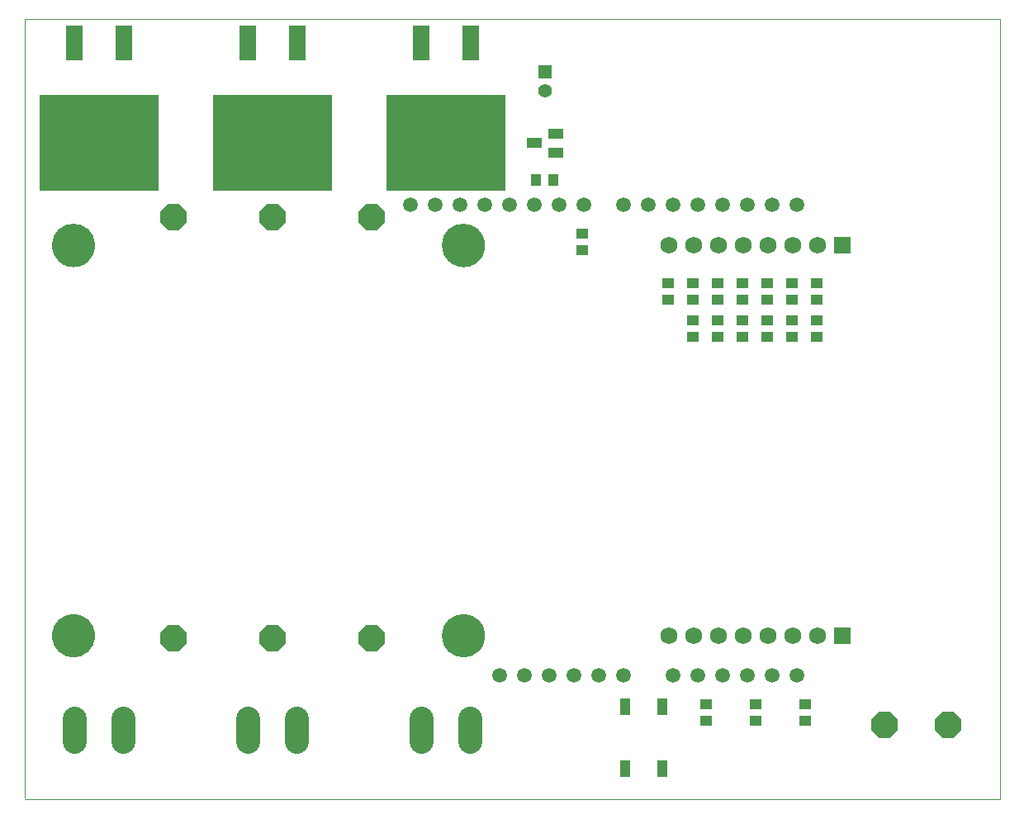
<source format=gts>
G75*
G70*
%OFA0B0*%
%FSLAX24Y24*%
%IPPOS*%
%LPD*%
%AMOC8*
5,1,8,0,0,1.08239X$1,22.5*
%
%ADD10C,0.0000*%
%ADD11C,0.1733*%
%ADD12R,0.4843X0.3879*%
%ADD13R,0.0670X0.1418*%
%ADD14R,0.0473X0.0434*%
%ADD15R,0.0434X0.0709*%
%ADD16OC8,0.1040*%
%ADD17R,0.0683X0.0683*%
%ADD18C,0.0683*%
%ADD19C,0.0591*%
%ADD20C,0.0977*%
%ADD21R,0.0591X0.0434*%
%ADD22R,0.0434X0.0473*%
%ADD23R,0.0555X0.0555*%
%ADD24C,0.0555*%
D10*
X000800Y004800D02*
X040170Y004800D01*
X040170Y036296D01*
X000800Y036296D01*
X000800Y004863D01*
X001922Y011426D02*
X001924Y011484D01*
X001930Y011541D01*
X001940Y011598D01*
X001953Y011654D01*
X001971Y011709D01*
X001992Y011763D01*
X002017Y011815D01*
X002045Y011866D01*
X002077Y011914D01*
X002112Y011960D01*
X002150Y012003D01*
X002191Y012044D01*
X002234Y012082D01*
X002280Y012117D01*
X002328Y012149D01*
X002379Y012177D01*
X002431Y012202D01*
X002485Y012223D01*
X002540Y012241D01*
X002596Y012254D01*
X002653Y012264D01*
X002710Y012270D01*
X002768Y012272D01*
X002826Y012270D01*
X002883Y012264D01*
X002940Y012254D01*
X002996Y012241D01*
X003051Y012223D01*
X003105Y012202D01*
X003157Y012177D01*
X003208Y012149D01*
X003256Y012117D01*
X003302Y012082D01*
X003345Y012044D01*
X003386Y012003D01*
X003424Y011960D01*
X003459Y011914D01*
X003491Y011866D01*
X003519Y011815D01*
X003544Y011763D01*
X003565Y011709D01*
X003583Y011654D01*
X003596Y011598D01*
X003606Y011541D01*
X003612Y011484D01*
X003614Y011426D01*
X003612Y011368D01*
X003606Y011311D01*
X003596Y011254D01*
X003583Y011198D01*
X003565Y011143D01*
X003544Y011089D01*
X003519Y011037D01*
X003491Y010986D01*
X003459Y010938D01*
X003424Y010892D01*
X003386Y010849D01*
X003345Y010808D01*
X003302Y010770D01*
X003256Y010735D01*
X003208Y010703D01*
X003157Y010675D01*
X003105Y010650D01*
X003051Y010629D01*
X002996Y010611D01*
X002940Y010598D01*
X002883Y010588D01*
X002826Y010582D01*
X002768Y010580D01*
X002710Y010582D01*
X002653Y010588D01*
X002596Y010598D01*
X002540Y010611D01*
X002485Y010629D01*
X002431Y010650D01*
X002379Y010675D01*
X002328Y010703D01*
X002280Y010735D01*
X002234Y010770D01*
X002191Y010808D01*
X002150Y010849D01*
X002112Y010892D01*
X002077Y010938D01*
X002045Y010986D01*
X002017Y011037D01*
X001992Y011089D01*
X001971Y011143D01*
X001953Y011198D01*
X001940Y011254D01*
X001930Y011311D01*
X001924Y011368D01*
X001922Y011426D01*
X017670Y011426D02*
X017672Y011484D01*
X017678Y011541D01*
X017688Y011598D01*
X017701Y011654D01*
X017719Y011709D01*
X017740Y011763D01*
X017765Y011815D01*
X017793Y011866D01*
X017825Y011914D01*
X017860Y011960D01*
X017898Y012003D01*
X017939Y012044D01*
X017982Y012082D01*
X018028Y012117D01*
X018076Y012149D01*
X018127Y012177D01*
X018179Y012202D01*
X018233Y012223D01*
X018288Y012241D01*
X018344Y012254D01*
X018401Y012264D01*
X018458Y012270D01*
X018516Y012272D01*
X018574Y012270D01*
X018631Y012264D01*
X018688Y012254D01*
X018744Y012241D01*
X018799Y012223D01*
X018853Y012202D01*
X018905Y012177D01*
X018956Y012149D01*
X019004Y012117D01*
X019050Y012082D01*
X019093Y012044D01*
X019134Y012003D01*
X019172Y011960D01*
X019207Y011914D01*
X019239Y011866D01*
X019267Y011815D01*
X019292Y011763D01*
X019313Y011709D01*
X019331Y011654D01*
X019344Y011598D01*
X019354Y011541D01*
X019360Y011484D01*
X019362Y011426D01*
X019360Y011368D01*
X019354Y011311D01*
X019344Y011254D01*
X019331Y011198D01*
X019313Y011143D01*
X019292Y011089D01*
X019267Y011037D01*
X019239Y010986D01*
X019207Y010938D01*
X019172Y010892D01*
X019134Y010849D01*
X019093Y010808D01*
X019050Y010770D01*
X019004Y010735D01*
X018956Y010703D01*
X018905Y010675D01*
X018853Y010650D01*
X018799Y010629D01*
X018744Y010611D01*
X018688Y010598D01*
X018631Y010588D01*
X018574Y010582D01*
X018516Y010580D01*
X018458Y010582D01*
X018401Y010588D01*
X018344Y010598D01*
X018288Y010611D01*
X018233Y010629D01*
X018179Y010650D01*
X018127Y010675D01*
X018076Y010703D01*
X018028Y010735D01*
X017982Y010770D01*
X017939Y010808D01*
X017898Y010849D01*
X017860Y010892D01*
X017825Y010938D01*
X017793Y010986D01*
X017765Y011037D01*
X017740Y011089D01*
X017719Y011143D01*
X017701Y011198D01*
X017688Y011254D01*
X017678Y011311D01*
X017672Y011368D01*
X017670Y011426D01*
X017670Y027174D02*
X017672Y027232D01*
X017678Y027289D01*
X017688Y027346D01*
X017701Y027402D01*
X017719Y027457D01*
X017740Y027511D01*
X017765Y027563D01*
X017793Y027614D01*
X017825Y027662D01*
X017860Y027708D01*
X017898Y027751D01*
X017939Y027792D01*
X017982Y027830D01*
X018028Y027865D01*
X018076Y027897D01*
X018127Y027925D01*
X018179Y027950D01*
X018233Y027971D01*
X018288Y027989D01*
X018344Y028002D01*
X018401Y028012D01*
X018458Y028018D01*
X018516Y028020D01*
X018574Y028018D01*
X018631Y028012D01*
X018688Y028002D01*
X018744Y027989D01*
X018799Y027971D01*
X018853Y027950D01*
X018905Y027925D01*
X018956Y027897D01*
X019004Y027865D01*
X019050Y027830D01*
X019093Y027792D01*
X019134Y027751D01*
X019172Y027708D01*
X019207Y027662D01*
X019239Y027614D01*
X019267Y027563D01*
X019292Y027511D01*
X019313Y027457D01*
X019331Y027402D01*
X019344Y027346D01*
X019354Y027289D01*
X019360Y027232D01*
X019362Y027174D01*
X019360Y027116D01*
X019354Y027059D01*
X019344Y027002D01*
X019331Y026946D01*
X019313Y026891D01*
X019292Y026837D01*
X019267Y026785D01*
X019239Y026734D01*
X019207Y026686D01*
X019172Y026640D01*
X019134Y026597D01*
X019093Y026556D01*
X019050Y026518D01*
X019004Y026483D01*
X018956Y026451D01*
X018905Y026423D01*
X018853Y026398D01*
X018799Y026377D01*
X018744Y026359D01*
X018688Y026346D01*
X018631Y026336D01*
X018574Y026330D01*
X018516Y026328D01*
X018458Y026330D01*
X018401Y026336D01*
X018344Y026346D01*
X018288Y026359D01*
X018233Y026377D01*
X018179Y026398D01*
X018127Y026423D01*
X018076Y026451D01*
X018028Y026483D01*
X017982Y026518D01*
X017939Y026556D01*
X017898Y026597D01*
X017860Y026640D01*
X017825Y026686D01*
X017793Y026734D01*
X017765Y026785D01*
X017740Y026837D01*
X017719Y026891D01*
X017701Y026946D01*
X017688Y027002D01*
X017678Y027059D01*
X017672Y027116D01*
X017670Y027174D01*
X001922Y027174D02*
X001924Y027232D01*
X001930Y027289D01*
X001940Y027346D01*
X001953Y027402D01*
X001971Y027457D01*
X001992Y027511D01*
X002017Y027563D01*
X002045Y027614D01*
X002077Y027662D01*
X002112Y027708D01*
X002150Y027751D01*
X002191Y027792D01*
X002234Y027830D01*
X002280Y027865D01*
X002328Y027897D01*
X002379Y027925D01*
X002431Y027950D01*
X002485Y027971D01*
X002540Y027989D01*
X002596Y028002D01*
X002653Y028012D01*
X002710Y028018D01*
X002768Y028020D01*
X002826Y028018D01*
X002883Y028012D01*
X002940Y028002D01*
X002996Y027989D01*
X003051Y027971D01*
X003105Y027950D01*
X003157Y027925D01*
X003208Y027897D01*
X003256Y027865D01*
X003302Y027830D01*
X003345Y027792D01*
X003386Y027751D01*
X003424Y027708D01*
X003459Y027662D01*
X003491Y027614D01*
X003519Y027563D01*
X003544Y027511D01*
X003565Y027457D01*
X003583Y027402D01*
X003596Y027346D01*
X003606Y027289D01*
X003612Y027232D01*
X003614Y027174D01*
X003612Y027116D01*
X003606Y027059D01*
X003596Y027002D01*
X003583Y026946D01*
X003565Y026891D01*
X003544Y026837D01*
X003519Y026785D01*
X003491Y026734D01*
X003459Y026686D01*
X003424Y026640D01*
X003386Y026597D01*
X003345Y026556D01*
X003302Y026518D01*
X003256Y026483D01*
X003208Y026451D01*
X003157Y026423D01*
X003105Y026398D01*
X003051Y026377D01*
X002996Y026359D01*
X002940Y026346D01*
X002883Y026336D01*
X002826Y026330D01*
X002768Y026328D01*
X002710Y026330D01*
X002653Y026336D01*
X002596Y026346D01*
X002540Y026359D01*
X002485Y026377D01*
X002431Y026398D01*
X002379Y026423D01*
X002328Y026451D01*
X002280Y026483D01*
X002234Y026518D01*
X002191Y026556D01*
X002150Y026597D01*
X002112Y026640D01*
X002077Y026686D01*
X002045Y026734D01*
X002017Y026785D01*
X001992Y026837D01*
X001971Y026891D01*
X001953Y026946D01*
X001940Y027002D01*
X001930Y027059D01*
X001924Y027116D01*
X001922Y027174D01*
D11*
X002768Y027174D03*
X018516Y027174D03*
X018516Y011426D03*
X002768Y011426D03*
D12*
X003800Y031300D03*
X010800Y031300D03*
X017800Y031300D03*
D13*
X018800Y035347D03*
X016800Y035347D03*
X011800Y035347D03*
X009800Y035347D03*
X004800Y035347D03*
X002800Y035347D03*
D14*
X023300Y027635D03*
X023300Y026965D03*
X026797Y025635D03*
X026797Y024965D03*
X027797Y024965D03*
X027797Y025635D03*
X028797Y025635D03*
X028797Y024965D03*
X029797Y024965D03*
X029797Y025635D03*
X030797Y025635D03*
X030797Y024965D03*
X031797Y024965D03*
X031797Y025635D03*
X032797Y025635D03*
X032797Y024965D03*
X032797Y024135D03*
X032797Y023465D03*
X031797Y023465D03*
X031797Y024135D03*
X030797Y024135D03*
X030797Y023465D03*
X029797Y023465D03*
X029797Y024135D03*
X028797Y024135D03*
X028797Y023465D03*
X027797Y023465D03*
X027797Y024135D03*
X028300Y008635D03*
X028300Y007965D03*
X030300Y007965D03*
X030300Y008635D03*
X032300Y008635D03*
X032300Y007965D03*
D15*
X026548Y008540D03*
X025052Y008540D03*
X025052Y006060D03*
X026548Y006060D03*
D16*
X035520Y007800D03*
X038080Y007800D03*
X014800Y011300D03*
X010800Y011300D03*
X006800Y011300D03*
X006800Y028300D03*
X010800Y028300D03*
X014800Y028300D03*
D17*
X033827Y027174D03*
X033827Y011426D03*
D18*
X032827Y011426D03*
X031827Y011426D03*
X030827Y011426D03*
X029827Y011426D03*
X028827Y011426D03*
X027827Y011426D03*
X026827Y011426D03*
X026827Y027174D03*
X027827Y027174D03*
X028827Y027174D03*
X029827Y027174D03*
X030827Y027174D03*
X031827Y027174D03*
X032827Y027174D03*
D19*
X031985Y028800D03*
X030985Y028800D03*
X029985Y028800D03*
X028985Y028800D03*
X027985Y028800D03*
X026985Y028800D03*
X025985Y028800D03*
X024985Y028800D03*
X023385Y028800D03*
X022385Y028800D03*
X021385Y028800D03*
X020385Y028800D03*
X019385Y028800D03*
X018385Y028800D03*
X017385Y028800D03*
X016385Y028800D03*
X019985Y009800D03*
X020985Y009800D03*
X021985Y009800D03*
X022985Y009800D03*
X023985Y009800D03*
X024985Y009800D03*
X026985Y009800D03*
X027985Y009800D03*
X028985Y009800D03*
X029985Y009800D03*
X030985Y009800D03*
X031985Y009800D03*
D20*
X018784Y008091D02*
X018784Y007154D01*
X016816Y007154D02*
X016816Y008091D01*
X011784Y008091D02*
X011784Y007154D01*
X009816Y007154D02*
X009816Y008091D01*
X004784Y008091D02*
X004784Y007154D01*
X002816Y007154D02*
X002816Y008091D01*
D21*
X022233Y030926D03*
X022233Y031674D03*
X021367Y031300D03*
D22*
X021465Y029800D03*
X022134Y029800D03*
D23*
X021800Y034194D03*
D24*
X021800Y033406D03*
M02*

</source>
